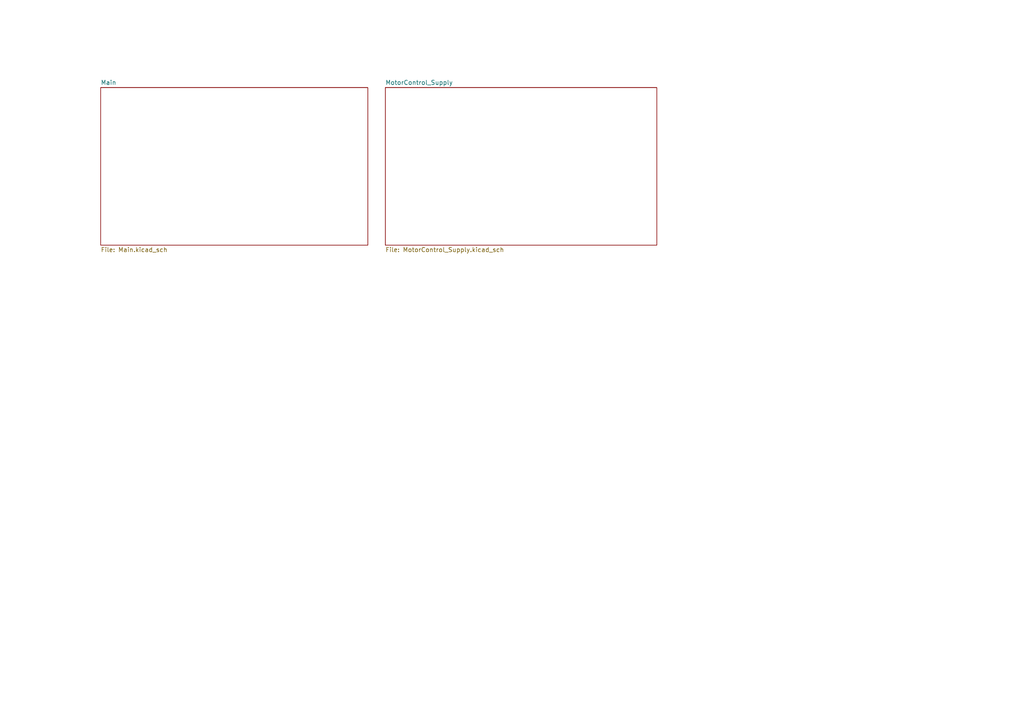
<source format=kicad_sch>
(kicad_sch (version 20230121) (generator eeschema)
  (paper "A4")
  (lib_symbols)
  (sheet (at 111.76 25.4) (size 78.74 45.72) (stroke (width 0.1524))
    (property "Sheetname" "MotorControl_Supply" (at 111.76 24.6884 0) (effects (justify left bottom)))
    (property "Sheetfile" "MotorControl_Supply.kicad_sch" (at 111.76 71.7046 0) (effects (justify left top)))
  )
  (sheet (at 29.21 25.4) (size 77.47 45.72) (stroke (width 0.1524))
    (property "Sheetname" "Main" (at 29.21 24.6884 0) (effects (justify left bottom)))
    (property "Sheetfile" "Main.kicad_sch" (at 29.21 71.7046 0) (effects (justify left top)))
  )
)
</source>
